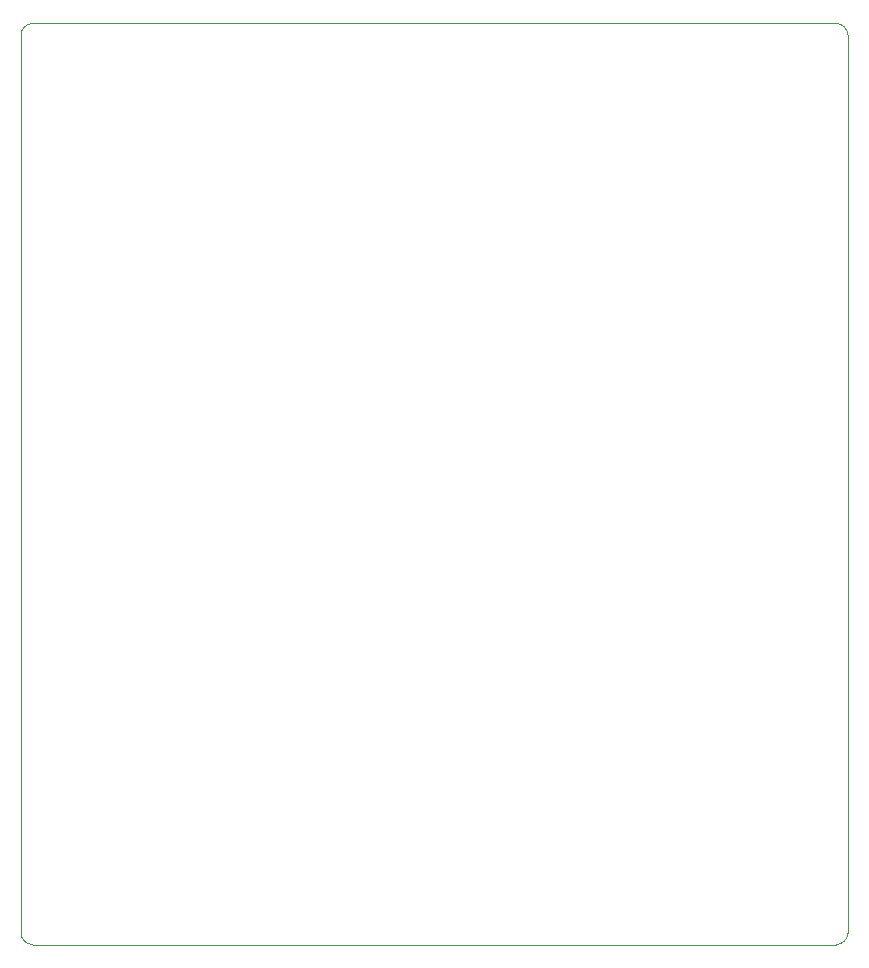
<source format=gm1>
%TF.GenerationSoftware,KiCad,Pcbnew,5.1.5+dfsg1-2build2*%
%TF.CreationDate,2024-02-20T09:08:58-06:00*%
%TF.ProjectId,2067-Z8S180,32303637-2d5a-4385-9331-38302e6b6963,rev?*%
%TF.SameCoordinates,Original*%
%TF.FileFunction,Profile,NP*%
%FSLAX46Y46*%
G04 Gerber Fmt 4.6, Leading zero omitted, Abs format (unit mm)*
G04 Created by KiCad (PCBNEW 5.1.5+dfsg1-2build2) date 2024-02-20 09:08:58*
%MOMM*%
%LPD*%
G04 APERTURE LIST*
%ADD10C,0.050000*%
G04 APERTURE END LIST*
D10*
X86000000Y-118000000D02*
G75*
G02X85000000Y-117000000I0J1000000D01*
G01*
X155000000Y-117000000D02*
G75*
G02X154000000Y-118000000I-1000000J0D01*
G01*
X154000000Y-40000000D02*
G75*
G02X155000000Y-41000000I0J-1000000D01*
G01*
X85000000Y-41000000D02*
G75*
G02X86000000Y-40000000I1000000J0D01*
G01*
X85000000Y-117000000D02*
X85000000Y-41000000D01*
X154000000Y-118000000D02*
X86000000Y-118000000D01*
X155000000Y-41000000D02*
X155000000Y-117000000D01*
X86000000Y-40000000D02*
X154000000Y-40000000D01*
M02*

</source>
